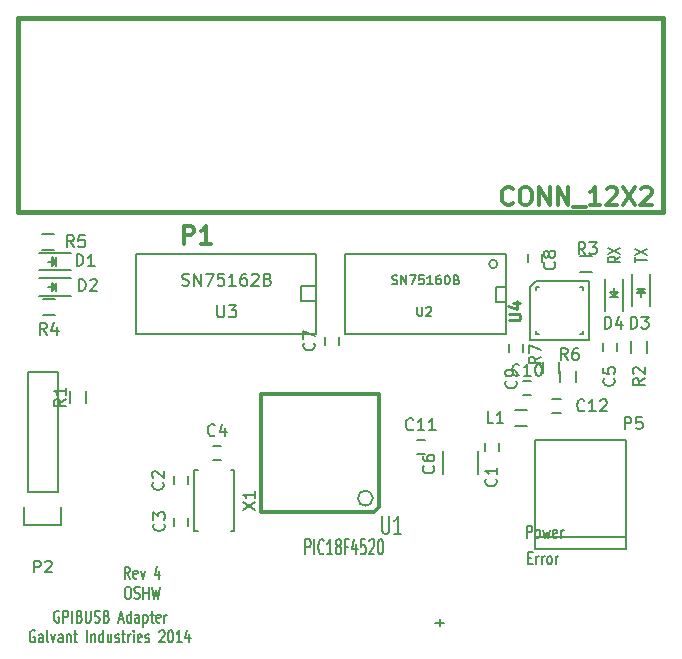
<source format=gto>
G04 #@! TF.FileFunction,Legend,Top*
%FSLAX46Y46*%
G04 Gerber Fmt 4.6, Leading zero omitted, Abs format (unit mm)*
G04 Created by KiCad (PCBNEW 4.1.0-alpha+201605091531+6781~44~ubuntu15.10.1-product) date Mon 19 Sep 2016 03:19:41 PM CEST*
%MOMM*%
%LPD*%
G01*
G04 APERTURE LIST*
%ADD10C,0.150000*%
%ADD11C,0.152400*%
%ADD12C,0.190500*%
%ADD13C,0.149860*%
%ADD14C,0.200660*%
%ADD15C,0.203200*%
%ADD16C,0.127000*%
%ADD17C,0.304800*%
%ADD18C,0.381000*%
%ADD19C,0.250190*%
G04 APERTURE END LIST*
D10*
D11*
X175652539Y-94318651D02*
X175652539Y-93883222D01*
X176668539Y-94100937D02*
X175652539Y-94100937D01*
X175652539Y-93701794D02*
X176668539Y-93193794D01*
X175652539Y-93193794D02*
X176668539Y-93701794D01*
X174392699Y-93854920D02*
X173908889Y-94108920D01*
X174392699Y-94290348D02*
X173376699Y-94290348D01*
X173376699Y-94000062D01*
X173425080Y-93927491D01*
X173473460Y-93891205D01*
X173570222Y-93854920D01*
X173715365Y-93854920D01*
X173812127Y-93891205D01*
X173860508Y-93927491D01*
X173908889Y-94000062D01*
X173908889Y-94290348D01*
X173376699Y-93600920D02*
X174392699Y-93092920D01*
X173376699Y-93092920D02*
X174392699Y-93600920D01*
D12*
X166601188Y-119371348D02*
X166855188Y-119371348D01*
X166964045Y-119903539D02*
X166601188Y-119903539D01*
X166601188Y-118887539D01*
X166964045Y-118887539D01*
X167290617Y-119903539D02*
X167290617Y-119226205D01*
X167290617Y-119419729D02*
X167326902Y-119322967D01*
X167363188Y-119274586D01*
X167435760Y-119226205D01*
X167508331Y-119226205D01*
X167762331Y-119903539D02*
X167762331Y-119226205D01*
X167762331Y-119419729D02*
X167798617Y-119322967D01*
X167834902Y-119274586D01*
X167907474Y-119226205D01*
X167980045Y-119226205D01*
X168342902Y-119903539D02*
X168270331Y-119855158D01*
X168234045Y-119806777D01*
X168197760Y-119710015D01*
X168197760Y-119419729D01*
X168234045Y-119322967D01*
X168270331Y-119274586D01*
X168342902Y-119226205D01*
X168451760Y-119226205D01*
X168524331Y-119274586D01*
X168560617Y-119322967D01*
X168596902Y-119419729D01*
X168596902Y-119710015D01*
X168560617Y-119806777D01*
X168524331Y-119855158D01*
X168451760Y-119903539D01*
X168342902Y-119903539D01*
X168923474Y-119903539D02*
X168923474Y-119226205D01*
X168923474Y-119419729D02*
X168959760Y-119322967D01*
X168996045Y-119274586D01*
X169068617Y-119226205D01*
X169141188Y-119226205D01*
X166483622Y-117663259D02*
X166483622Y-116647259D01*
X166773908Y-116647259D01*
X166846480Y-116695640D01*
X166882765Y-116744020D01*
X166919051Y-116840782D01*
X166919051Y-116985925D01*
X166882765Y-117082687D01*
X166846480Y-117131068D01*
X166773908Y-117179449D01*
X166483622Y-117179449D01*
X167354480Y-117663259D02*
X167281908Y-117614878D01*
X167245622Y-117566497D01*
X167209337Y-117469735D01*
X167209337Y-117179449D01*
X167245622Y-117082687D01*
X167281908Y-117034306D01*
X167354480Y-116985925D01*
X167463337Y-116985925D01*
X167535908Y-117034306D01*
X167572194Y-117082687D01*
X167608480Y-117179449D01*
X167608480Y-117469735D01*
X167572194Y-117566497D01*
X167535908Y-117614878D01*
X167463337Y-117663259D01*
X167354480Y-117663259D01*
X167862480Y-116985925D02*
X168007622Y-117663259D01*
X168152765Y-117179449D01*
X168297908Y-117663259D01*
X168443051Y-116985925D01*
X169023622Y-117614878D02*
X168951051Y-117663259D01*
X168805908Y-117663259D01*
X168733337Y-117614878D01*
X168697051Y-117518116D01*
X168697051Y-117131068D01*
X168733337Y-117034306D01*
X168805908Y-116985925D01*
X168951051Y-116985925D01*
X169023622Y-117034306D01*
X169059908Y-117131068D01*
X169059908Y-117227830D01*
X168697051Y-117324592D01*
X169386480Y-117663259D02*
X169386480Y-116985925D01*
X169386480Y-117179449D02*
X169422765Y-117082687D01*
X169459051Y-117034306D01*
X169531622Y-116985925D01*
X169604194Y-116985925D01*
X159121928Y-124550714D02*
X159121928Y-125131285D01*
X158734880Y-124841000D02*
X159508976Y-124841000D01*
D11*
X126873000Y-123875800D02*
X126800428Y-123827419D01*
X126691571Y-123827419D01*
X126582714Y-123875800D01*
X126510142Y-123972561D01*
X126473857Y-124069323D01*
X126437571Y-124262847D01*
X126437571Y-124407990D01*
X126473857Y-124601514D01*
X126510142Y-124698276D01*
X126582714Y-124795038D01*
X126691571Y-124843419D01*
X126764142Y-124843419D01*
X126873000Y-124795038D01*
X126909285Y-124746657D01*
X126909285Y-124407990D01*
X126764142Y-124407990D01*
X127235857Y-124843419D02*
X127235857Y-123827419D01*
X127526142Y-123827419D01*
X127598714Y-123875800D01*
X127635000Y-123924180D01*
X127671285Y-124020942D01*
X127671285Y-124166085D01*
X127635000Y-124262847D01*
X127598714Y-124311228D01*
X127526142Y-124359609D01*
X127235857Y-124359609D01*
X127997857Y-124843419D02*
X127997857Y-123827419D01*
X128614714Y-124311228D02*
X128723571Y-124359609D01*
X128759857Y-124407990D01*
X128796142Y-124504752D01*
X128796142Y-124649895D01*
X128759857Y-124746657D01*
X128723571Y-124795038D01*
X128651000Y-124843419D01*
X128360714Y-124843419D01*
X128360714Y-123827419D01*
X128614714Y-123827419D01*
X128687285Y-123875800D01*
X128723571Y-123924180D01*
X128759857Y-124020942D01*
X128759857Y-124117704D01*
X128723571Y-124214466D01*
X128687285Y-124262847D01*
X128614714Y-124311228D01*
X128360714Y-124311228D01*
X129122714Y-123827419D02*
X129122714Y-124649895D01*
X129159000Y-124746657D01*
X129195285Y-124795038D01*
X129267857Y-124843419D01*
X129413000Y-124843419D01*
X129485571Y-124795038D01*
X129521857Y-124746657D01*
X129558142Y-124649895D01*
X129558142Y-123827419D01*
X129884714Y-124795038D02*
X129993571Y-124843419D01*
X130175000Y-124843419D01*
X130247571Y-124795038D01*
X130283857Y-124746657D01*
X130320142Y-124649895D01*
X130320142Y-124553133D01*
X130283857Y-124456371D01*
X130247571Y-124407990D01*
X130175000Y-124359609D01*
X130029857Y-124311228D01*
X129957285Y-124262847D01*
X129921000Y-124214466D01*
X129884714Y-124117704D01*
X129884714Y-124020942D01*
X129921000Y-123924180D01*
X129957285Y-123875800D01*
X130029857Y-123827419D01*
X130211285Y-123827419D01*
X130320142Y-123875800D01*
X130900714Y-124311228D02*
X131009571Y-124359609D01*
X131045857Y-124407990D01*
X131082142Y-124504752D01*
X131082142Y-124649895D01*
X131045857Y-124746657D01*
X131009571Y-124795038D01*
X130937000Y-124843419D01*
X130646714Y-124843419D01*
X130646714Y-123827419D01*
X130900714Y-123827419D01*
X130973285Y-123875800D01*
X131009571Y-123924180D01*
X131045857Y-124020942D01*
X131045857Y-124117704D01*
X131009571Y-124214466D01*
X130973285Y-124262847D01*
X130900714Y-124311228D01*
X130646714Y-124311228D01*
X131953000Y-124553133D02*
X132315857Y-124553133D01*
X131880428Y-124843419D02*
X132134428Y-123827419D01*
X132388428Y-124843419D01*
X132969000Y-124843419D02*
X132969000Y-123827419D01*
X132969000Y-124795038D02*
X132896428Y-124843419D01*
X132751285Y-124843419D01*
X132678714Y-124795038D01*
X132642428Y-124746657D01*
X132606142Y-124649895D01*
X132606142Y-124359609D01*
X132642428Y-124262847D01*
X132678714Y-124214466D01*
X132751285Y-124166085D01*
X132896428Y-124166085D01*
X132969000Y-124214466D01*
X133658428Y-124843419D02*
X133658428Y-124311228D01*
X133622142Y-124214466D01*
X133549571Y-124166085D01*
X133404428Y-124166085D01*
X133331857Y-124214466D01*
X133658428Y-124795038D02*
X133585857Y-124843419D01*
X133404428Y-124843419D01*
X133331857Y-124795038D01*
X133295571Y-124698276D01*
X133295571Y-124601514D01*
X133331857Y-124504752D01*
X133404428Y-124456371D01*
X133585857Y-124456371D01*
X133658428Y-124407990D01*
X134021285Y-124166085D02*
X134021285Y-125182085D01*
X134021285Y-124214466D02*
X134093857Y-124166085D01*
X134239000Y-124166085D01*
X134311571Y-124214466D01*
X134347857Y-124262847D01*
X134384142Y-124359609D01*
X134384142Y-124649895D01*
X134347857Y-124746657D01*
X134311571Y-124795038D01*
X134239000Y-124843419D01*
X134093857Y-124843419D01*
X134021285Y-124795038D01*
X134601857Y-124166085D02*
X134892142Y-124166085D01*
X134710714Y-123827419D02*
X134710714Y-124698276D01*
X134747000Y-124795038D01*
X134819571Y-124843419D01*
X134892142Y-124843419D01*
X135436428Y-124795038D02*
X135363857Y-124843419D01*
X135218714Y-124843419D01*
X135146142Y-124795038D01*
X135109857Y-124698276D01*
X135109857Y-124311228D01*
X135146142Y-124214466D01*
X135218714Y-124166085D01*
X135363857Y-124166085D01*
X135436428Y-124214466D01*
X135472714Y-124311228D01*
X135472714Y-124407990D01*
X135109857Y-124504752D01*
X135799285Y-124843419D02*
X135799285Y-124166085D01*
X135799285Y-124359609D02*
X135835571Y-124262847D01*
X135871857Y-124214466D01*
X135944428Y-124166085D01*
X136017000Y-124166085D01*
X124822857Y-125552200D02*
X124750285Y-125503819D01*
X124641428Y-125503819D01*
X124532571Y-125552200D01*
X124460000Y-125648961D01*
X124423714Y-125745723D01*
X124387428Y-125939247D01*
X124387428Y-126084390D01*
X124423714Y-126277914D01*
X124460000Y-126374676D01*
X124532571Y-126471438D01*
X124641428Y-126519819D01*
X124714000Y-126519819D01*
X124822857Y-126471438D01*
X124859142Y-126423057D01*
X124859142Y-126084390D01*
X124714000Y-126084390D01*
X125512285Y-126519819D02*
X125512285Y-125987628D01*
X125476000Y-125890866D01*
X125403428Y-125842485D01*
X125258285Y-125842485D01*
X125185714Y-125890866D01*
X125512285Y-126471438D02*
X125439714Y-126519819D01*
X125258285Y-126519819D01*
X125185714Y-126471438D01*
X125149428Y-126374676D01*
X125149428Y-126277914D01*
X125185714Y-126181152D01*
X125258285Y-126132771D01*
X125439714Y-126132771D01*
X125512285Y-126084390D01*
X125984000Y-126519819D02*
X125911428Y-126471438D01*
X125875142Y-126374676D01*
X125875142Y-125503819D01*
X126201714Y-125842485D02*
X126383142Y-126519819D01*
X126564571Y-125842485D01*
X127181428Y-126519819D02*
X127181428Y-125987628D01*
X127145142Y-125890866D01*
X127072571Y-125842485D01*
X126927428Y-125842485D01*
X126854857Y-125890866D01*
X127181428Y-126471438D02*
X127108857Y-126519819D01*
X126927428Y-126519819D01*
X126854857Y-126471438D01*
X126818571Y-126374676D01*
X126818571Y-126277914D01*
X126854857Y-126181152D01*
X126927428Y-126132771D01*
X127108857Y-126132771D01*
X127181428Y-126084390D01*
X127544285Y-125842485D02*
X127544285Y-126519819D01*
X127544285Y-125939247D02*
X127580571Y-125890866D01*
X127653142Y-125842485D01*
X127762000Y-125842485D01*
X127834571Y-125890866D01*
X127870857Y-125987628D01*
X127870857Y-126519819D01*
X128124857Y-125842485D02*
X128415142Y-125842485D01*
X128233714Y-125503819D02*
X128233714Y-126374676D01*
X128270000Y-126471438D01*
X128342571Y-126519819D01*
X128415142Y-126519819D01*
X129249714Y-126519819D02*
X129249714Y-125503819D01*
X129612571Y-125842485D02*
X129612571Y-126519819D01*
X129612571Y-125939247D02*
X129648857Y-125890866D01*
X129721428Y-125842485D01*
X129830285Y-125842485D01*
X129902857Y-125890866D01*
X129939142Y-125987628D01*
X129939142Y-126519819D01*
X130628571Y-126519819D02*
X130628571Y-125503819D01*
X130628571Y-126471438D02*
X130556000Y-126519819D01*
X130410857Y-126519819D01*
X130338285Y-126471438D01*
X130302000Y-126423057D01*
X130265714Y-126326295D01*
X130265714Y-126036009D01*
X130302000Y-125939247D01*
X130338285Y-125890866D01*
X130410857Y-125842485D01*
X130556000Y-125842485D01*
X130628571Y-125890866D01*
X131318000Y-125842485D02*
X131318000Y-126519819D01*
X130991428Y-125842485D02*
X130991428Y-126374676D01*
X131027714Y-126471438D01*
X131100285Y-126519819D01*
X131209142Y-126519819D01*
X131281714Y-126471438D01*
X131318000Y-126423057D01*
X131644571Y-126471438D02*
X131717142Y-126519819D01*
X131862285Y-126519819D01*
X131934857Y-126471438D01*
X131971142Y-126374676D01*
X131971142Y-126326295D01*
X131934857Y-126229533D01*
X131862285Y-126181152D01*
X131753428Y-126181152D01*
X131680857Y-126132771D01*
X131644571Y-126036009D01*
X131644571Y-125987628D01*
X131680857Y-125890866D01*
X131753428Y-125842485D01*
X131862285Y-125842485D01*
X131934857Y-125890866D01*
X132188857Y-125842485D02*
X132479142Y-125842485D01*
X132297714Y-125503819D02*
X132297714Y-126374676D01*
X132334000Y-126471438D01*
X132406571Y-126519819D01*
X132479142Y-126519819D01*
X132733142Y-126519819D02*
X132733142Y-125842485D01*
X132733142Y-126036009D02*
X132769428Y-125939247D01*
X132805714Y-125890866D01*
X132878285Y-125842485D01*
X132950857Y-125842485D01*
X133204857Y-126519819D02*
X133204857Y-125842485D01*
X133204857Y-125503819D02*
X133168571Y-125552200D01*
X133204857Y-125600580D01*
X133241142Y-125552200D01*
X133204857Y-125503819D01*
X133204857Y-125600580D01*
X133858000Y-126471438D02*
X133785428Y-126519819D01*
X133640285Y-126519819D01*
X133567714Y-126471438D01*
X133531428Y-126374676D01*
X133531428Y-125987628D01*
X133567714Y-125890866D01*
X133640285Y-125842485D01*
X133785428Y-125842485D01*
X133858000Y-125890866D01*
X133894285Y-125987628D01*
X133894285Y-126084390D01*
X133531428Y-126181152D01*
X134184571Y-126471438D02*
X134257142Y-126519819D01*
X134402285Y-126519819D01*
X134474857Y-126471438D01*
X134511142Y-126374676D01*
X134511142Y-126326295D01*
X134474857Y-126229533D01*
X134402285Y-126181152D01*
X134293428Y-126181152D01*
X134220857Y-126132771D01*
X134184571Y-126036009D01*
X134184571Y-125987628D01*
X134220857Y-125890866D01*
X134293428Y-125842485D01*
X134402285Y-125842485D01*
X134474857Y-125890866D01*
X135382000Y-125600580D02*
X135418285Y-125552200D01*
X135490857Y-125503819D01*
X135672285Y-125503819D01*
X135744857Y-125552200D01*
X135781142Y-125600580D01*
X135817428Y-125697342D01*
X135817428Y-125794104D01*
X135781142Y-125939247D01*
X135345714Y-126519819D01*
X135817428Y-126519819D01*
X136289142Y-125503819D02*
X136361714Y-125503819D01*
X136434285Y-125552200D01*
X136470571Y-125600580D01*
X136506857Y-125697342D01*
X136543142Y-125890866D01*
X136543142Y-126132771D01*
X136506857Y-126326295D01*
X136470571Y-126423057D01*
X136434285Y-126471438D01*
X136361714Y-126519819D01*
X136289142Y-126519819D01*
X136216571Y-126471438D01*
X136180285Y-126423057D01*
X136144000Y-126326295D01*
X136107714Y-126132771D01*
X136107714Y-125890866D01*
X136144000Y-125697342D01*
X136180285Y-125600580D01*
X136216571Y-125552200D01*
X136289142Y-125503819D01*
X137268857Y-126519819D02*
X136833428Y-126519819D01*
X137051142Y-126519819D02*
X137051142Y-125503819D01*
X136978571Y-125648961D01*
X136906000Y-125745723D01*
X136833428Y-125794104D01*
X137922000Y-125842485D02*
X137922000Y-126519819D01*
X137740571Y-125455438D02*
X137559142Y-126181152D01*
X138030857Y-126181152D01*
D12*
X132874657Y-121115969D02*
X132620657Y-120632159D01*
X132439228Y-121115969D02*
X132439228Y-120099969D01*
X132729514Y-120099969D01*
X132802085Y-120148350D01*
X132838371Y-120196730D01*
X132874657Y-120293492D01*
X132874657Y-120438635D01*
X132838371Y-120535397D01*
X132802085Y-120583778D01*
X132729514Y-120632159D01*
X132439228Y-120632159D01*
X133491514Y-121067588D02*
X133418942Y-121115969D01*
X133273800Y-121115969D01*
X133201228Y-121067588D01*
X133164942Y-120970826D01*
X133164942Y-120583778D01*
X133201228Y-120487016D01*
X133273800Y-120438635D01*
X133418942Y-120438635D01*
X133491514Y-120487016D01*
X133527800Y-120583778D01*
X133527800Y-120680540D01*
X133164942Y-120777302D01*
X133781800Y-120438635D02*
X133963228Y-121115969D01*
X134144657Y-120438635D01*
X135342085Y-120438635D02*
X135342085Y-121115969D01*
X135160657Y-120051588D02*
X134979228Y-120777302D01*
X135450942Y-120777302D01*
X132638800Y-121814469D02*
X132783942Y-121814469D01*
X132856514Y-121862850D01*
X132929085Y-121959611D01*
X132965371Y-122153135D01*
X132965371Y-122491802D01*
X132929085Y-122685326D01*
X132856514Y-122782088D01*
X132783942Y-122830469D01*
X132638800Y-122830469D01*
X132566228Y-122782088D01*
X132493657Y-122685326D01*
X132457371Y-122491802D01*
X132457371Y-122153135D01*
X132493657Y-121959611D01*
X132566228Y-121862850D01*
X132638800Y-121814469D01*
X133255657Y-122782088D02*
X133364514Y-122830469D01*
X133545942Y-122830469D01*
X133618514Y-122782088D01*
X133654800Y-122733707D01*
X133691085Y-122636945D01*
X133691085Y-122540183D01*
X133654800Y-122443421D01*
X133618514Y-122395040D01*
X133545942Y-122346659D01*
X133400800Y-122298278D01*
X133328228Y-122249897D01*
X133291942Y-122201516D01*
X133255657Y-122104754D01*
X133255657Y-122007992D01*
X133291942Y-121911230D01*
X133328228Y-121862850D01*
X133400800Y-121814469D01*
X133582228Y-121814469D01*
X133691085Y-121862850D01*
X134017657Y-122830469D02*
X134017657Y-121814469D01*
X134017657Y-122298278D02*
X134453085Y-122298278D01*
X134453085Y-122830469D02*
X134453085Y-121814469D01*
X134743371Y-121814469D02*
X134924800Y-122830469D01*
X135069942Y-122104754D01*
X135215085Y-122830469D01*
X135396514Y-121814469D01*
D13*
X166785400Y-96457840D02*
X166785400Y-100938400D01*
X167283240Y-95960000D02*
X171763800Y-95960000D01*
X167283240Y-95960000D02*
X166785400Y-96457840D01*
D14*
X167532160Y-96457840D02*
X167283240Y-96457840D01*
X167283240Y-96457840D02*
X167283240Y-96706760D01*
X171265960Y-96706760D02*
X171265960Y-96457840D01*
X171265960Y-96457840D02*
X171017040Y-96457840D01*
X171017040Y-100440560D02*
X171265960Y-100440560D01*
X171265960Y-100440560D02*
X171265960Y-100191640D01*
X167283240Y-100191640D02*
X167283240Y-100440560D01*
X167283240Y-100440560D02*
X167532160Y-100440560D01*
D13*
X171763800Y-100938400D02*
X171763800Y-95960000D01*
X166785400Y-100938400D02*
X171763800Y-100938400D01*
D15*
X133435000Y-100400000D02*
X133435000Y-93600000D01*
X148675000Y-100400000D02*
X148675000Y-93600000D01*
X133435000Y-100400000D02*
X148675000Y-100400000D01*
X148675000Y-97635000D02*
X147405000Y-97635000D01*
X147405000Y-97635000D02*
X147405000Y-96365000D01*
X147405000Y-96365000D02*
X148675000Y-96365000D01*
X148675000Y-93600000D02*
X133435000Y-93600000D01*
D16*
X163999610Y-94485400D02*
G75*
G03X163999610Y-94485400I-359210J0D01*
G01*
X164656400Y-97736600D02*
X163894400Y-97736600D01*
X163894400Y-97736600D02*
X163894400Y-96466600D01*
X163894400Y-96466600D02*
X164656400Y-96466600D01*
X151100000Y-93600000D02*
X164700000Y-93600000D01*
X164700000Y-100400000D02*
X151100000Y-100400000D01*
X164700000Y-100400000D02*
X164700000Y-93600000D01*
X151100000Y-100400000D02*
X151100000Y-93600000D01*
D17*
X143996200Y-115503800D02*
X143996200Y-105496200D01*
X143996200Y-105496200D02*
X154003800Y-105496200D01*
X154003800Y-115021200D02*
X154003800Y-105496200D01*
X153521200Y-115503800D02*
X143996200Y-115503800D01*
X154003800Y-115021200D02*
X153521200Y-115503800D01*
D15*
X153445000Y-114310000D02*
G75*
G03X153445000Y-114310000I-635000J0D01*
G01*
D10*
X167149360Y-117599180D02*
X174850640Y-117599180D01*
X167149360Y-118599940D02*
X174850640Y-118599940D01*
X174850640Y-118599940D02*
X174850640Y-109400060D01*
X174850640Y-109400060D02*
X167149360Y-109400060D01*
X167149360Y-109400060D02*
X167149360Y-118599940D01*
X172000000Y-95175000D02*
X171000000Y-95175000D01*
X171000000Y-93825000D02*
X172000000Y-93825000D01*
X125500000Y-97425000D02*
X126500000Y-97425000D01*
X126500000Y-98775000D02*
X125500000Y-98775000D01*
X125450000Y-91925000D02*
X126450000Y-91925000D01*
X126450000Y-93275000D02*
X125450000Y-93275000D01*
X170675000Y-103500000D02*
X170675000Y-104500000D01*
X169325000Y-104500000D02*
X169325000Y-103500000D01*
X169175000Y-102750000D02*
X169175000Y-103750000D01*
X167825000Y-103750000D02*
X167825000Y-102750000D01*
X164100000Y-109650000D02*
X164100000Y-110350000D01*
X162900000Y-110350000D02*
X162900000Y-109650000D01*
X137800000Y-112450000D02*
X137800000Y-113150000D01*
X136600000Y-113150000D02*
X136600000Y-112450000D01*
X137800000Y-115950000D02*
X137800000Y-116650000D01*
X136600000Y-116650000D02*
X136600000Y-115950000D01*
X139900000Y-109900000D02*
X140600000Y-109900000D01*
X140600000Y-111100000D02*
X139900000Y-111100000D01*
X174100000Y-101150000D02*
X174100000Y-101850000D01*
X172900000Y-101850000D02*
X172900000Y-101150000D01*
X162375000Y-112300000D02*
X162375000Y-110300000D01*
X159425000Y-110300000D02*
X159425000Y-112300000D01*
X149400000Y-101350000D02*
X149400000Y-100650000D01*
X150600000Y-100650000D02*
X150600000Y-101350000D01*
X166550000Y-94350000D02*
X166550000Y-93650000D01*
X167750000Y-93650000D02*
X167750000Y-94350000D01*
X165000000Y-101950000D02*
X165000000Y-101250000D01*
X166200000Y-101250000D02*
X166200000Y-101950000D01*
X166850000Y-105600000D02*
X166150000Y-105600000D01*
X166150000Y-104400000D02*
X166850000Y-104400000D01*
X157150000Y-109400000D02*
X157850000Y-109400000D01*
X157850000Y-110600000D02*
X157150000Y-110600000D01*
X169350000Y-107100000D02*
X168650000Y-107100000D01*
X168650000Y-105900000D02*
X169350000Y-105900000D01*
X127903500Y-93528000D02*
X125203500Y-93528000D01*
X127903500Y-95028000D02*
X125203500Y-95028000D01*
X126403500Y-94128000D02*
X126403500Y-94378000D01*
X126403500Y-94378000D02*
X126553500Y-94228000D01*
X126653500Y-94628000D02*
X126653500Y-93928000D01*
X126303500Y-94278000D02*
X125953500Y-94278000D01*
X126653500Y-94278000D02*
X126303500Y-94628000D01*
X126303500Y-94628000D02*
X126303500Y-93928000D01*
X126303500Y-93928000D02*
X126653500Y-94278000D01*
X127903500Y-95687000D02*
X125203500Y-95687000D01*
X127903500Y-97187000D02*
X125203500Y-97187000D01*
X126403500Y-96287000D02*
X126403500Y-96537000D01*
X126403500Y-96537000D02*
X126553500Y-96387000D01*
X126653500Y-96787000D02*
X126653500Y-96087000D01*
X126303500Y-96437000D02*
X125953500Y-96437000D01*
X126653500Y-96437000D02*
X126303500Y-96787000D01*
X126303500Y-96787000D02*
X126303500Y-96087000D01*
X126303500Y-96087000D02*
X126653500Y-96437000D01*
X175379240Y-95331240D02*
X175379240Y-98031240D01*
X176879240Y-95331240D02*
X176879240Y-98031240D01*
X175979240Y-96831240D02*
X176229240Y-96831240D01*
X176229240Y-96831240D02*
X176079240Y-96681240D01*
X176479240Y-96581240D02*
X175779240Y-96581240D01*
X176129240Y-96931240D02*
X176129240Y-97281240D01*
X176129240Y-96581240D02*
X176479240Y-96931240D01*
X176479240Y-96931240D02*
X175779240Y-96931240D01*
X175779240Y-96931240D02*
X176129240Y-96581240D01*
X174593240Y-98485520D02*
X174593240Y-95785520D01*
X173093240Y-98485520D02*
X173093240Y-95785520D01*
X173993240Y-96985520D02*
X173743240Y-96985520D01*
X173743240Y-96985520D02*
X173893240Y-97135520D01*
X173493240Y-97235520D02*
X174193240Y-97235520D01*
X173843240Y-96885520D02*
X173843240Y-96535520D01*
X173843240Y-97235520D02*
X173493240Y-96885520D01*
X173493240Y-96885520D02*
X174193240Y-96885520D01*
X174193240Y-96885520D02*
X173843240Y-97235520D01*
X166500000Y-108175000D02*
X165500000Y-108175000D01*
X165500000Y-106825000D02*
X166500000Y-106825000D01*
D18*
X178054000Y-73660000D02*
X178054000Y-90043000D01*
X178054000Y-90043000D02*
X123444000Y-90043000D01*
X123444000Y-90043000D02*
X123444000Y-73660000D01*
X178054000Y-73660000D02*
X123444000Y-73660000D01*
D10*
X127050000Y-115040000D02*
X127050000Y-116590000D01*
X127050000Y-116590000D02*
X123950000Y-116590000D01*
X123950000Y-116590000D02*
X123950000Y-115040000D01*
X124230000Y-113770000D02*
X124230000Y-103610000D01*
X124230000Y-103610000D02*
X126770000Y-103610000D01*
X126770000Y-103610000D02*
X126770000Y-113770000D01*
X124230000Y-113770000D02*
X126770000Y-113770000D01*
X127825000Y-106250000D02*
X127825000Y-105250000D01*
X129175000Y-105250000D02*
X129175000Y-106250000D01*
X176675000Y-101000000D02*
X176675000Y-102000000D01*
X175325000Y-102000000D02*
X175325000Y-101000000D01*
X138300000Y-117100000D02*
X138600000Y-117100000D01*
X138300000Y-111900000D02*
X138600000Y-111900000D01*
X141700000Y-111900000D02*
X141400000Y-111900000D01*
X141700000Y-117100000D02*
X141400000Y-117100000D01*
X141700000Y-111900000D02*
X141700000Y-117100000D01*
X138300000Y-111900000D02*
X138300000Y-117100000D01*
D19*
X164941964Y-99262483D02*
X165752103Y-99262483D01*
X165847414Y-99214828D01*
X165895069Y-99167173D01*
X165942724Y-99071862D01*
X165942724Y-98881241D01*
X165895069Y-98785931D01*
X165847414Y-98738276D01*
X165752103Y-98690620D01*
X164941964Y-98690620D01*
X165275551Y-97785171D02*
X165942724Y-97785171D01*
X164894309Y-98023447D02*
X165609138Y-98261723D01*
X165609138Y-97642205D01*
D17*
D15*
X140280904Y-97967619D02*
X140280904Y-98790095D01*
X140329285Y-98886857D01*
X140377666Y-98935238D01*
X140474428Y-98983619D01*
X140667952Y-98983619D01*
X140764714Y-98935238D01*
X140813095Y-98886857D01*
X140861476Y-98790095D01*
X140861476Y-97967619D01*
X141248523Y-97967619D02*
X141877476Y-97967619D01*
X141538809Y-98354666D01*
X141683952Y-98354666D01*
X141780714Y-98403047D01*
X141829095Y-98451428D01*
X141877476Y-98548190D01*
X141877476Y-98790095D01*
X141829095Y-98886857D01*
X141780714Y-98935238D01*
X141683952Y-98983619D01*
X141393666Y-98983619D01*
X141296904Y-98935238D01*
X141248523Y-98886857D01*
X137305476Y-96268238D02*
X137450619Y-96316619D01*
X137692523Y-96316619D01*
X137789285Y-96268238D01*
X137837666Y-96219857D01*
X137886047Y-96123095D01*
X137886047Y-96026333D01*
X137837666Y-95929571D01*
X137789285Y-95881190D01*
X137692523Y-95832809D01*
X137499000Y-95784428D01*
X137402238Y-95736047D01*
X137353857Y-95687666D01*
X137305476Y-95590904D01*
X137305476Y-95494142D01*
X137353857Y-95397380D01*
X137402238Y-95349000D01*
X137499000Y-95300619D01*
X137740904Y-95300619D01*
X137886047Y-95349000D01*
X138321476Y-96316619D02*
X138321476Y-95300619D01*
X138902047Y-96316619D01*
X138902047Y-95300619D01*
X139289095Y-95300619D02*
X139966428Y-95300619D01*
X139531000Y-96316619D01*
X140837285Y-95300619D02*
X140353476Y-95300619D01*
X140305095Y-95784428D01*
X140353476Y-95736047D01*
X140450238Y-95687666D01*
X140692142Y-95687666D01*
X140788904Y-95736047D01*
X140837285Y-95784428D01*
X140885666Y-95881190D01*
X140885666Y-96123095D01*
X140837285Y-96219857D01*
X140788904Y-96268238D01*
X140692142Y-96316619D01*
X140450238Y-96316619D01*
X140353476Y-96268238D01*
X140305095Y-96219857D01*
X141853285Y-96316619D02*
X141272714Y-96316619D01*
X141563000Y-96316619D02*
X141563000Y-95300619D01*
X141466238Y-95445761D01*
X141369476Y-95542523D01*
X141272714Y-95590904D01*
X142724142Y-95300619D02*
X142530619Y-95300619D01*
X142433857Y-95349000D01*
X142385476Y-95397380D01*
X142288714Y-95542523D01*
X142240333Y-95736047D01*
X142240333Y-96123095D01*
X142288714Y-96219857D01*
X142337095Y-96268238D01*
X142433857Y-96316619D01*
X142627380Y-96316619D01*
X142724142Y-96268238D01*
X142772523Y-96219857D01*
X142820904Y-96123095D01*
X142820904Y-95881190D01*
X142772523Y-95784428D01*
X142724142Y-95736047D01*
X142627380Y-95687666D01*
X142433857Y-95687666D01*
X142337095Y-95736047D01*
X142288714Y-95784428D01*
X142240333Y-95881190D01*
X143207952Y-95397380D02*
X143256333Y-95349000D01*
X143353095Y-95300619D01*
X143595000Y-95300619D01*
X143691761Y-95349000D01*
X143740142Y-95397380D01*
X143788523Y-95494142D01*
X143788523Y-95590904D01*
X143740142Y-95736047D01*
X143159571Y-96316619D01*
X143788523Y-96316619D01*
X144562619Y-95784428D02*
X144707761Y-95832809D01*
X144756142Y-95881190D01*
X144804523Y-95977952D01*
X144804523Y-96123095D01*
X144756142Y-96219857D01*
X144707761Y-96268238D01*
X144611000Y-96316619D01*
X144223952Y-96316619D01*
X144223952Y-95300619D01*
X144562619Y-95300619D01*
X144659380Y-95349000D01*
X144707761Y-95397380D01*
X144756142Y-95494142D01*
X144756142Y-95590904D01*
X144707761Y-95687666D01*
X144659380Y-95736047D01*
X144562619Y-95784428D01*
X144223952Y-95784428D01*
D16*
X157192428Y-98106714D02*
X157192428Y-98723571D01*
X157228714Y-98796142D01*
X157265000Y-98832428D01*
X157337571Y-98868714D01*
X157482714Y-98868714D01*
X157555285Y-98832428D01*
X157591571Y-98796142D01*
X157627857Y-98723571D01*
X157627857Y-98106714D01*
X157954428Y-98179285D02*
X157990714Y-98143000D01*
X158063285Y-98106714D01*
X158244714Y-98106714D01*
X158317285Y-98143000D01*
X158353571Y-98179285D01*
X158389857Y-98251857D01*
X158389857Y-98324428D01*
X158353571Y-98433285D01*
X157918142Y-98868714D01*
X158389857Y-98868714D01*
X155087857Y-96165428D02*
X155196714Y-96201714D01*
X155378142Y-96201714D01*
X155450714Y-96165428D01*
X155487000Y-96129142D01*
X155523285Y-96056571D01*
X155523285Y-95984000D01*
X155487000Y-95911428D01*
X155450714Y-95875142D01*
X155378142Y-95838857D01*
X155233000Y-95802571D01*
X155160428Y-95766285D01*
X155124142Y-95730000D01*
X155087857Y-95657428D01*
X155087857Y-95584857D01*
X155124142Y-95512285D01*
X155160428Y-95476000D01*
X155233000Y-95439714D01*
X155414428Y-95439714D01*
X155523285Y-95476000D01*
X155849857Y-96201714D02*
X155849857Y-95439714D01*
X156285285Y-96201714D01*
X156285285Y-95439714D01*
X156575571Y-95439714D02*
X157083571Y-95439714D01*
X156757000Y-96201714D01*
X157736714Y-95439714D02*
X157373857Y-95439714D01*
X157337571Y-95802571D01*
X157373857Y-95766285D01*
X157446428Y-95730000D01*
X157627857Y-95730000D01*
X157700428Y-95766285D01*
X157736714Y-95802571D01*
X157773000Y-95875142D01*
X157773000Y-96056571D01*
X157736714Y-96129142D01*
X157700428Y-96165428D01*
X157627857Y-96201714D01*
X157446428Y-96201714D01*
X157373857Y-96165428D01*
X157337571Y-96129142D01*
X158498714Y-96201714D02*
X158063285Y-96201714D01*
X158281000Y-96201714D02*
X158281000Y-95439714D01*
X158208428Y-95548571D01*
X158135857Y-95621142D01*
X158063285Y-95657428D01*
X159151857Y-95439714D02*
X159006714Y-95439714D01*
X158934142Y-95476000D01*
X158897857Y-95512285D01*
X158825285Y-95621142D01*
X158789000Y-95766285D01*
X158789000Y-96056571D01*
X158825285Y-96129142D01*
X158861571Y-96165428D01*
X158934142Y-96201714D01*
X159079285Y-96201714D01*
X159151857Y-96165428D01*
X159188142Y-96129142D01*
X159224428Y-96056571D01*
X159224428Y-95875142D01*
X159188142Y-95802571D01*
X159151857Y-95766285D01*
X159079285Y-95730000D01*
X158934142Y-95730000D01*
X158861571Y-95766285D01*
X158825285Y-95802571D01*
X158789000Y-95875142D01*
X159696142Y-95439714D02*
X159768714Y-95439714D01*
X159841285Y-95476000D01*
X159877571Y-95512285D01*
X159913857Y-95584857D01*
X159950142Y-95730000D01*
X159950142Y-95911428D01*
X159913857Y-96056571D01*
X159877571Y-96129142D01*
X159841285Y-96165428D01*
X159768714Y-96201714D01*
X159696142Y-96201714D01*
X159623571Y-96165428D01*
X159587285Y-96129142D01*
X159551000Y-96056571D01*
X159514714Y-95911428D01*
X159514714Y-95730000D01*
X159551000Y-95584857D01*
X159587285Y-95512285D01*
X159623571Y-95476000D01*
X159696142Y-95439714D01*
X160530714Y-95802571D02*
X160639571Y-95838857D01*
X160675857Y-95875142D01*
X160712142Y-95947714D01*
X160712142Y-96056571D01*
X160675857Y-96129142D01*
X160639571Y-96165428D01*
X160567000Y-96201714D01*
X160276714Y-96201714D01*
X160276714Y-95439714D01*
X160530714Y-95439714D01*
X160603285Y-95476000D01*
X160639571Y-95512285D01*
X160675857Y-95584857D01*
X160675857Y-95657428D01*
X160639571Y-95730000D01*
X160603285Y-95766285D01*
X160530714Y-95802571D01*
X160276714Y-95802571D01*
D15*
X154250784Y-115814768D02*
X154250784Y-117048482D01*
X154299165Y-117193625D01*
X154347546Y-117266197D01*
X154444308Y-117338768D01*
X154637832Y-117338768D01*
X154734594Y-117266197D01*
X154782975Y-117193625D01*
X154831356Y-117048482D01*
X154831356Y-115814768D01*
X155847356Y-117338768D02*
X155266784Y-117338768D01*
X155557070Y-117338768D02*
X155557070Y-115814768D01*
X155460308Y-116032482D01*
X155363546Y-116177625D01*
X155266784Y-116250197D01*
D12*
X147734285Y-119074523D02*
X147734285Y-117804523D01*
X148024571Y-117804523D01*
X148097142Y-117865000D01*
X148133428Y-117925476D01*
X148169714Y-118046428D01*
X148169714Y-118227857D01*
X148133428Y-118348809D01*
X148097142Y-118409285D01*
X148024571Y-118469761D01*
X147734285Y-118469761D01*
X148496285Y-119074523D02*
X148496285Y-117804523D01*
X149294571Y-118953571D02*
X149258285Y-119014047D01*
X149149428Y-119074523D01*
X149076857Y-119074523D01*
X148968000Y-119014047D01*
X148895428Y-118893095D01*
X148859142Y-118772142D01*
X148822857Y-118530238D01*
X148822857Y-118348809D01*
X148859142Y-118106904D01*
X148895428Y-117985952D01*
X148968000Y-117865000D01*
X149076857Y-117804523D01*
X149149428Y-117804523D01*
X149258285Y-117865000D01*
X149294571Y-117925476D01*
X150020285Y-119074523D02*
X149584857Y-119074523D01*
X149802571Y-119074523D02*
X149802571Y-117804523D01*
X149730000Y-117985952D01*
X149657428Y-118106904D01*
X149584857Y-118167380D01*
X150455714Y-118348809D02*
X150383142Y-118288333D01*
X150346857Y-118227857D01*
X150310571Y-118106904D01*
X150310571Y-118046428D01*
X150346857Y-117925476D01*
X150383142Y-117865000D01*
X150455714Y-117804523D01*
X150600857Y-117804523D01*
X150673428Y-117865000D01*
X150709714Y-117925476D01*
X150746000Y-118046428D01*
X150746000Y-118106904D01*
X150709714Y-118227857D01*
X150673428Y-118288333D01*
X150600857Y-118348809D01*
X150455714Y-118348809D01*
X150383142Y-118409285D01*
X150346857Y-118469761D01*
X150310571Y-118590714D01*
X150310571Y-118832619D01*
X150346857Y-118953571D01*
X150383142Y-119014047D01*
X150455714Y-119074523D01*
X150600857Y-119074523D01*
X150673428Y-119014047D01*
X150709714Y-118953571D01*
X150746000Y-118832619D01*
X150746000Y-118590714D01*
X150709714Y-118469761D01*
X150673428Y-118409285D01*
X150600857Y-118348809D01*
X151326571Y-118409285D02*
X151072571Y-118409285D01*
X151072571Y-119074523D02*
X151072571Y-117804523D01*
X151435428Y-117804523D01*
X152052285Y-118227857D02*
X152052285Y-119074523D01*
X151870857Y-117744047D02*
X151689428Y-118651190D01*
X152161142Y-118651190D01*
X152814285Y-117804523D02*
X152451428Y-117804523D01*
X152415142Y-118409285D01*
X152451428Y-118348809D01*
X152524000Y-118288333D01*
X152705428Y-118288333D01*
X152778000Y-118348809D01*
X152814285Y-118409285D01*
X152850571Y-118530238D01*
X152850571Y-118832619D01*
X152814285Y-118953571D01*
X152778000Y-119014047D01*
X152705428Y-119074523D01*
X152524000Y-119074523D01*
X152451428Y-119014047D01*
X152415142Y-118953571D01*
X153140857Y-117925476D02*
X153177142Y-117865000D01*
X153249714Y-117804523D01*
X153431142Y-117804523D01*
X153503714Y-117865000D01*
X153540000Y-117925476D01*
X153576285Y-118046428D01*
X153576285Y-118167380D01*
X153540000Y-118348809D01*
X153104571Y-119074523D01*
X153576285Y-119074523D01*
X154048000Y-117804523D02*
X154120571Y-117804523D01*
X154193142Y-117865000D01*
X154229428Y-117925476D01*
X154265714Y-118046428D01*
X154302000Y-118288333D01*
X154302000Y-118590714D01*
X154265714Y-118832619D01*
X154229428Y-118953571D01*
X154193142Y-119014047D01*
X154120571Y-119074523D01*
X154048000Y-119074523D01*
X153975428Y-119014047D01*
X153939142Y-118953571D01*
X153902857Y-118832619D01*
X153866571Y-118590714D01*
X153866571Y-118288333D01*
X153902857Y-118046428D01*
X153939142Y-117925476D01*
X153975428Y-117865000D01*
X154048000Y-117804523D01*
D10*
X174761904Y-108452380D02*
X174761904Y-107452380D01*
X175142857Y-107452380D01*
X175238095Y-107500000D01*
X175285714Y-107547619D01*
X175333333Y-107642857D01*
X175333333Y-107785714D01*
X175285714Y-107880952D01*
X175238095Y-107928571D01*
X175142857Y-107976190D01*
X174761904Y-107976190D01*
X176238095Y-107452380D02*
X175761904Y-107452380D01*
X175714285Y-107928571D01*
X175761904Y-107880952D01*
X175857142Y-107833333D01*
X176095238Y-107833333D01*
X176190476Y-107880952D01*
X176238095Y-107928571D01*
X176285714Y-108023809D01*
X176285714Y-108261904D01*
X176238095Y-108357142D01*
X176190476Y-108404761D01*
X176095238Y-108452380D01*
X175857142Y-108452380D01*
X175761904Y-108404761D01*
X175714285Y-108357142D01*
X171433333Y-93652380D02*
X171100000Y-93176190D01*
X170861904Y-93652380D02*
X170861904Y-92652380D01*
X171242857Y-92652380D01*
X171338095Y-92700000D01*
X171385714Y-92747619D01*
X171433333Y-92842857D01*
X171433333Y-92985714D01*
X171385714Y-93080952D01*
X171338095Y-93128571D01*
X171242857Y-93176190D01*
X170861904Y-93176190D01*
X171766666Y-92652380D02*
X172385714Y-92652380D01*
X172052380Y-93033333D01*
X172195238Y-93033333D01*
X172290476Y-93080952D01*
X172338095Y-93128571D01*
X172385714Y-93223809D01*
X172385714Y-93461904D01*
X172338095Y-93557142D01*
X172290476Y-93604761D01*
X172195238Y-93652380D01*
X171909523Y-93652380D01*
X171814285Y-93604761D01*
X171766666Y-93557142D01*
X125833333Y-100452380D02*
X125500000Y-99976190D01*
X125261904Y-100452380D02*
X125261904Y-99452380D01*
X125642857Y-99452380D01*
X125738095Y-99500000D01*
X125785714Y-99547619D01*
X125833333Y-99642857D01*
X125833333Y-99785714D01*
X125785714Y-99880952D01*
X125738095Y-99928571D01*
X125642857Y-99976190D01*
X125261904Y-99976190D01*
X126690476Y-99785714D02*
X126690476Y-100452380D01*
X126452380Y-99404761D02*
X126214285Y-100119047D01*
X126833333Y-100119047D01*
X128133333Y-93052380D02*
X127800000Y-92576190D01*
X127561904Y-93052380D02*
X127561904Y-92052380D01*
X127942857Y-92052380D01*
X128038095Y-92100000D01*
X128085714Y-92147619D01*
X128133333Y-92242857D01*
X128133333Y-92385714D01*
X128085714Y-92480952D01*
X128038095Y-92528571D01*
X127942857Y-92576190D01*
X127561904Y-92576190D01*
X129038095Y-92052380D02*
X128561904Y-92052380D01*
X128514285Y-92528571D01*
X128561904Y-92480952D01*
X128657142Y-92433333D01*
X128895238Y-92433333D01*
X128990476Y-92480952D01*
X129038095Y-92528571D01*
X129085714Y-92623809D01*
X129085714Y-92861904D01*
X129038095Y-92957142D01*
X128990476Y-93004761D01*
X128895238Y-93052380D01*
X128657142Y-93052380D01*
X128561904Y-93004761D01*
X128514285Y-92957142D01*
X169933333Y-102602380D02*
X169600000Y-102126190D01*
X169361904Y-102602380D02*
X169361904Y-101602380D01*
X169742857Y-101602380D01*
X169838095Y-101650000D01*
X169885714Y-101697619D01*
X169933333Y-101792857D01*
X169933333Y-101935714D01*
X169885714Y-102030952D01*
X169838095Y-102078571D01*
X169742857Y-102126190D01*
X169361904Y-102126190D01*
X170790476Y-101602380D02*
X170600000Y-101602380D01*
X170504761Y-101650000D01*
X170457142Y-101697619D01*
X170361904Y-101840476D01*
X170314285Y-102030952D01*
X170314285Y-102411904D01*
X170361904Y-102507142D01*
X170409523Y-102554761D01*
X170504761Y-102602380D01*
X170695238Y-102602380D01*
X170790476Y-102554761D01*
X170838095Y-102507142D01*
X170885714Y-102411904D01*
X170885714Y-102173809D01*
X170838095Y-102078571D01*
X170790476Y-102030952D01*
X170695238Y-101983333D01*
X170504761Y-101983333D01*
X170409523Y-102030952D01*
X170361904Y-102078571D01*
X170314285Y-102173809D01*
X167652380Y-102316666D02*
X167176190Y-102650000D01*
X167652380Y-102888095D02*
X166652380Y-102888095D01*
X166652380Y-102507142D01*
X166700000Y-102411904D01*
X166747619Y-102364285D01*
X166842857Y-102316666D01*
X166985714Y-102316666D01*
X167080952Y-102364285D01*
X167128571Y-102411904D01*
X167176190Y-102507142D01*
X167176190Y-102888095D01*
X166652380Y-101983333D02*
X166652380Y-101316666D01*
X167652380Y-101745238D01*
X163857142Y-112666666D02*
X163904761Y-112714285D01*
X163952380Y-112857142D01*
X163952380Y-112952380D01*
X163904761Y-113095238D01*
X163809523Y-113190476D01*
X163714285Y-113238095D01*
X163523809Y-113285714D01*
X163380952Y-113285714D01*
X163190476Y-113238095D01*
X163095238Y-113190476D01*
X163000000Y-113095238D01*
X162952380Y-112952380D01*
X162952380Y-112857142D01*
X163000000Y-112714285D01*
X163047619Y-112666666D01*
X163952380Y-111714285D02*
X163952380Y-112285714D01*
X163952380Y-112000000D02*
X162952380Y-112000000D01*
X163095238Y-112095238D01*
X163190476Y-112190476D01*
X163238095Y-112285714D01*
X135657142Y-112966666D02*
X135704761Y-113014285D01*
X135752380Y-113157142D01*
X135752380Y-113252380D01*
X135704761Y-113395238D01*
X135609523Y-113490476D01*
X135514285Y-113538095D01*
X135323809Y-113585714D01*
X135180952Y-113585714D01*
X134990476Y-113538095D01*
X134895238Y-113490476D01*
X134800000Y-113395238D01*
X134752380Y-113252380D01*
X134752380Y-113157142D01*
X134800000Y-113014285D01*
X134847619Y-112966666D01*
X134847619Y-112585714D02*
X134800000Y-112538095D01*
X134752380Y-112442857D01*
X134752380Y-112204761D01*
X134800000Y-112109523D01*
X134847619Y-112061904D01*
X134942857Y-112014285D01*
X135038095Y-112014285D01*
X135180952Y-112061904D01*
X135752380Y-112633333D01*
X135752380Y-112014285D01*
X135757142Y-116466666D02*
X135804761Y-116514285D01*
X135852380Y-116657142D01*
X135852380Y-116752380D01*
X135804761Y-116895238D01*
X135709523Y-116990476D01*
X135614285Y-117038095D01*
X135423809Y-117085714D01*
X135280952Y-117085714D01*
X135090476Y-117038095D01*
X134995238Y-116990476D01*
X134900000Y-116895238D01*
X134852380Y-116752380D01*
X134852380Y-116657142D01*
X134900000Y-116514285D01*
X134947619Y-116466666D01*
X134852380Y-116133333D02*
X134852380Y-115514285D01*
X135233333Y-115847619D01*
X135233333Y-115704761D01*
X135280952Y-115609523D01*
X135328571Y-115561904D01*
X135423809Y-115514285D01*
X135661904Y-115514285D01*
X135757142Y-115561904D01*
X135804761Y-115609523D01*
X135852380Y-115704761D01*
X135852380Y-115990476D01*
X135804761Y-116085714D01*
X135757142Y-116133333D01*
X140083333Y-108957142D02*
X140035714Y-109004761D01*
X139892857Y-109052380D01*
X139797619Y-109052380D01*
X139654761Y-109004761D01*
X139559523Y-108909523D01*
X139511904Y-108814285D01*
X139464285Y-108623809D01*
X139464285Y-108480952D01*
X139511904Y-108290476D01*
X139559523Y-108195238D01*
X139654761Y-108100000D01*
X139797619Y-108052380D01*
X139892857Y-108052380D01*
X140035714Y-108100000D01*
X140083333Y-108147619D01*
X140940476Y-108385714D02*
X140940476Y-109052380D01*
X140702380Y-108004761D02*
X140464285Y-108719047D01*
X141083333Y-108719047D01*
X173857142Y-104166666D02*
X173904761Y-104214285D01*
X173952380Y-104357142D01*
X173952380Y-104452380D01*
X173904761Y-104595238D01*
X173809523Y-104690476D01*
X173714285Y-104738095D01*
X173523809Y-104785714D01*
X173380952Y-104785714D01*
X173190476Y-104738095D01*
X173095238Y-104690476D01*
X173000000Y-104595238D01*
X172952380Y-104452380D01*
X172952380Y-104357142D01*
X173000000Y-104214285D01*
X173047619Y-104166666D01*
X172952380Y-103261904D02*
X172952380Y-103738095D01*
X173428571Y-103785714D01*
X173380952Y-103738095D01*
X173333333Y-103642857D01*
X173333333Y-103404761D01*
X173380952Y-103309523D01*
X173428571Y-103261904D01*
X173523809Y-103214285D01*
X173761904Y-103214285D01*
X173857142Y-103261904D01*
X173904761Y-103309523D01*
X173952380Y-103404761D01*
X173952380Y-103642857D01*
X173904761Y-103738095D01*
X173857142Y-103785714D01*
X158557142Y-111566666D02*
X158604761Y-111614285D01*
X158652380Y-111757142D01*
X158652380Y-111852380D01*
X158604761Y-111995238D01*
X158509523Y-112090476D01*
X158414285Y-112138095D01*
X158223809Y-112185714D01*
X158080952Y-112185714D01*
X157890476Y-112138095D01*
X157795238Y-112090476D01*
X157700000Y-111995238D01*
X157652380Y-111852380D01*
X157652380Y-111757142D01*
X157700000Y-111614285D01*
X157747619Y-111566666D01*
X157652380Y-110709523D02*
X157652380Y-110900000D01*
X157700000Y-110995238D01*
X157747619Y-111042857D01*
X157890476Y-111138095D01*
X158080952Y-111185714D01*
X158461904Y-111185714D01*
X158557142Y-111138095D01*
X158604761Y-111090476D01*
X158652380Y-110995238D01*
X158652380Y-110804761D01*
X158604761Y-110709523D01*
X158557142Y-110661904D01*
X158461904Y-110614285D01*
X158223809Y-110614285D01*
X158128571Y-110661904D01*
X158080952Y-110709523D01*
X158033333Y-110804761D01*
X158033333Y-110995238D01*
X158080952Y-111090476D01*
X158128571Y-111138095D01*
X158223809Y-111185714D01*
X148457142Y-101166666D02*
X148504761Y-101214285D01*
X148552380Y-101357142D01*
X148552380Y-101452380D01*
X148504761Y-101595238D01*
X148409523Y-101690476D01*
X148314285Y-101738095D01*
X148123809Y-101785714D01*
X147980952Y-101785714D01*
X147790476Y-101738095D01*
X147695238Y-101690476D01*
X147600000Y-101595238D01*
X147552380Y-101452380D01*
X147552380Y-101357142D01*
X147600000Y-101214285D01*
X147647619Y-101166666D01*
X147552380Y-100833333D02*
X147552380Y-100166666D01*
X148552380Y-100595238D01*
X168807142Y-94316666D02*
X168854761Y-94364285D01*
X168902380Y-94507142D01*
X168902380Y-94602380D01*
X168854761Y-94745238D01*
X168759523Y-94840476D01*
X168664285Y-94888095D01*
X168473809Y-94935714D01*
X168330952Y-94935714D01*
X168140476Y-94888095D01*
X168045238Y-94840476D01*
X167950000Y-94745238D01*
X167902380Y-94602380D01*
X167902380Y-94507142D01*
X167950000Y-94364285D01*
X167997619Y-94316666D01*
X168330952Y-93745238D02*
X168283333Y-93840476D01*
X168235714Y-93888095D01*
X168140476Y-93935714D01*
X168092857Y-93935714D01*
X167997619Y-93888095D01*
X167950000Y-93840476D01*
X167902380Y-93745238D01*
X167902380Y-93554761D01*
X167950000Y-93459523D01*
X167997619Y-93411904D01*
X168092857Y-93364285D01*
X168140476Y-93364285D01*
X168235714Y-93411904D01*
X168283333Y-93459523D01*
X168330952Y-93554761D01*
X168330952Y-93745238D01*
X168378571Y-93840476D01*
X168426190Y-93888095D01*
X168521428Y-93935714D01*
X168711904Y-93935714D01*
X168807142Y-93888095D01*
X168854761Y-93840476D01*
X168902380Y-93745238D01*
X168902380Y-93554761D01*
X168854761Y-93459523D01*
X168807142Y-93411904D01*
X168711904Y-93364285D01*
X168521428Y-93364285D01*
X168426190Y-93411904D01*
X168378571Y-93459523D01*
X168330952Y-93554761D01*
X165557142Y-104366666D02*
X165604761Y-104414285D01*
X165652380Y-104557142D01*
X165652380Y-104652380D01*
X165604761Y-104795238D01*
X165509523Y-104890476D01*
X165414285Y-104938095D01*
X165223809Y-104985714D01*
X165080952Y-104985714D01*
X164890476Y-104938095D01*
X164795238Y-104890476D01*
X164700000Y-104795238D01*
X164652380Y-104652380D01*
X164652380Y-104557142D01*
X164700000Y-104414285D01*
X164747619Y-104366666D01*
X165652380Y-103890476D02*
X165652380Y-103700000D01*
X165604761Y-103604761D01*
X165557142Y-103557142D01*
X165414285Y-103461904D01*
X165223809Y-103414285D01*
X164842857Y-103414285D01*
X164747619Y-103461904D01*
X164700000Y-103509523D01*
X164652380Y-103604761D01*
X164652380Y-103795238D01*
X164700000Y-103890476D01*
X164747619Y-103938095D01*
X164842857Y-103985714D01*
X165080952Y-103985714D01*
X165176190Y-103938095D01*
X165223809Y-103890476D01*
X165271428Y-103795238D01*
X165271428Y-103604761D01*
X165223809Y-103509523D01*
X165176190Y-103461904D01*
X165080952Y-103414285D01*
X165857142Y-103857142D02*
X165809523Y-103904761D01*
X165666666Y-103952380D01*
X165571428Y-103952380D01*
X165428571Y-103904761D01*
X165333333Y-103809523D01*
X165285714Y-103714285D01*
X165238095Y-103523809D01*
X165238095Y-103380952D01*
X165285714Y-103190476D01*
X165333333Y-103095238D01*
X165428571Y-103000000D01*
X165571428Y-102952380D01*
X165666666Y-102952380D01*
X165809523Y-103000000D01*
X165857142Y-103047619D01*
X166809523Y-103952380D02*
X166238095Y-103952380D01*
X166523809Y-103952380D02*
X166523809Y-102952380D01*
X166428571Y-103095238D01*
X166333333Y-103190476D01*
X166238095Y-103238095D01*
X167428571Y-102952380D02*
X167523809Y-102952380D01*
X167619047Y-103000000D01*
X167666666Y-103047619D01*
X167714285Y-103142857D01*
X167761904Y-103333333D01*
X167761904Y-103571428D01*
X167714285Y-103761904D01*
X167666666Y-103857142D01*
X167619047Y-103904761D01*
X167523809Y-103952380D01*
X167428571Y-103952380D01*
X167333333Y-103904761D01*
X167285714Y-103857142D01*
X167238095Y-103761904D01*
X167190476Y-103571428D01*
X167190476Y-103333333D01*
X167238095Y-103142857D01*
X167285714Y-103047619D01*
X167333333Y-103000000D01*
X167428571Y-102952380D01*
X156857142Y-108457142D02*
X156809523Y-108504761D01*
X156666666Y-108552380D01*
X156571428Y-108552380D01*
X156428571Y-108504761D01*
X156333333Y-108409523D01*
X156285714Y-108314285D01*
X156238095Y-108123809D01*
X156238095Y-107980952D01*
X156285714Y-107790476D01*
X156333333Y-107695238D01*
X156428571Y-107600000D01*
X156571428Y-107552380D01*
X156666666Y-107552380D01*
X156809523Y-107600000D01*
X156857142Y-107647619D01*
X157809523Y-108552380D02*
X157238095Y-108552380D01*
X157523809Y-108552380D02*
X157523809Y-107552380D01*
X157428571Y-107695238D01*
X157333333Y-107790476D01*
X157238095Y-107838095D01*
X158761904Y-108552380D02*
X158190476Y-108552380D01*
X158476190Y-108552380D02*
X158476190Y-107552380D01*
X158380952Y-107695238D01*
X158285714Y-107790476D01*
X158190476Y-107838095D01*
X171357142Y-106857142D02*
X171309523Y-106904761D01*
X171166666Y-106952380D01*
X171071428Y-106952380D01*
X170928571Y-106904761D01*
X170833333Y-106809523D01*
X170785714Y-106714285D01*
X170738095Y-106523809D01*
X170738095Y-106380952D01*
X170785714Y-106190476D01*
X170833333Y-106095238D01*
X170928571Y-106000000D01*
X171071428Y-105952380D01*
X171166666Y-105952380D01*
X171309523Y-106000000D01*
X171357142Y-106047619D01*
X172309523Y-106952380D02*
X171738095Y-106952380D01*
X172023809Y-106952380D02*
X172023809Y-105952380D01*
X171928571Y-106095238D01*
X171833333Y-106190476D01*
X171738095Y-106238095D01*
X172690476Y-106047619D02*
X172738095Y-106000000D01*
X172833333Y-105952380D01*
X173071428Y-105952380D01*
X173166666Y-106000000D01*
X173214285Y-106047619D01*
X173261904Y-106142857D01*
X173261904Y-106238095D01*
X173214285Y-106380952D01*
X172642857Y-106952380D01*
X173261904Y-106952380D01*
X128361904Y-94652380D02*
X128361904Y-93652380D01*
X128600000Y-93652380D01*
X128742857Y-93700000D01*
X128838095Y-93795238D01*
X128885714Y-93890476D01*
X128933333Y-94080952D01*
X128933333Y-94223809D01*
X128885714Y-94414285D01*
X128838095Y-94509523D01*
X128742857Y-94604761D01*
X128600000Y-94652380D01*
X128361904Y-94652380D01*
X129885714Y-94652380D02*
X129314285Y-94652380D01*
X129600000Y-94652380D02*
X129600000Y-93652380D01*
X129504761Y-93795238D01*
X129409523Y-93890476D01*
X129314285Y-93938095D01*
X128561904Y-96752380D02*
X128561904Y-95752380D01*
X128800000Y-95752380D01*
X128942857Y-95800000D01*
X129038095Y-95895238D01*
X129085714Y-95990476D01*
X129133333Y-96180952D01*
X129133333Y-96323809D01*
X129085714Y-96514285D01*
X129038095Y-96609523D01*
X128942857Y-96704761D01*
X128800000Y-96752380D01*
X128561904Y-96752380D01*
X129514285Y-95847619D02*
X129561904Y-95800000D01*
X129657142Y-95752380D01*
X129895238Y-95752380D01*
X129990476Y-95800000D01*
X130038095Y-95847619D01*
X130085714Y-95942857D01*
X130085714Y-96038095D01*
X130038095Y-96180952D01*
X129466666Y-96752380D01*
X130085714Y-96752380D01*
X175261904Y-99952380D02*
X175261904Y-98952380D01*
X175500000Y-98952380D01*
X175642857Y-99000000D01*
X175738095Y-99095238D01*
X175785714Y-99190476D01*
X175833333Y-99380952D01*
X175833333Y-99523809D01*
X175785714Y-99714285D01*
X175738095Y-99809523D01*
X175642857Y-99904761D01*
X175500000Y-99952380D01*
X175261904Y-99952380D01*
X176166666Y-98952380D02*
X176785714Y-98952380D01*
X176452380Y-99333333D01*
X176595238Y-99333333D01*
X176690476Y-99380952D01*
X176738095Y-99428571D01*
X176785714Y-99523809D01*
X176785714Y-99761904D01*
X176738095Y-99857142D01*
X176690476Y-99904761D01*
X176595238Y-99952380D01*
X176309523Y-99952380D01*
X176214285Y-99904761D01*
X176166666Y-99857142D01*
X173061904Y-99952380D02*
X173061904Y-98952380D01*
X173300000Y-98952380D01*
X173442857Y-99000000D01*
X173538095Y-99095238D01*
X173585714Y-99190476D01*
X173633333Y-99380952D01*
X173633333Y-99523809D01*
X173585714Y-99714285D01*
X173538095Y-99809523D01*
X173442857Y-99904761D01*
X173300000Y-99952380D01*
X173061904Y-99952380D01*
X174490476Y-99285714D02*
X174490476Y-99952380D01*
X174252380Y-98904761D02*
X174014285Y-99619047D01*
X174633333Y-99619047D01*
X163633333Y-107952380D02*
X163157142Y-107952380D01*
X163157142Y-106952380D01*
X164490476Y-107952380D02*
X163919047Y-107952380D01*
X164204761Y-107952380D02*
X164204761Y-106952380D01*
X164109523Y-107095238D01*
X164014285Y-107190476D01*
X163919047Y-107238095D01*
D17*
X137432142Y-92764428D02*
X137432142Y-91240428D01*
X138012714Y-91240428D01*
X138157857Y-91313000D01*
X138230428Y-91385571D01*
X138303000Y-91530714D01*
X138303000Y-91748428D01*
X138230428Y-91893571D01*
X138157857Y-91966142D01*
X138012714Y-92038714D01*
X137432142Y-92038714D01*
X139754428Y-92764428D02*
X138883571Y-92764428D01*
X139319000Y-92764428D02*
X139319000Y-91240428D01*
X139173857Y-91458142D01*
X139028714Y-91603285D01*
X138883571Y-91675857D01*
X165293428Y-89344285D02*
X165220857Y-89416857D01*
X165003142Y-89489428D01*
X164858000Y-89489428D01*
X164640285Y-89416857D01*
X164495142Y-89271714D01*
X164422571Y-89126571D01*
X164350000Y-88836285D01*
X164350000Y-88618571D01*
X164422571Y-88328285D01*
X164495142Y-88183142D01*
X164640285Y-88038000D01*
X164858000Y-87965428D01*
X165003142Y-87965428D01*
X165220857Y-88038000D01*
X165293428Y-88110571D01*
X166236857Y-87965428D02*
X166527142Y-87965428D01*
X166672285Y-88038000D01*
X166817428Y-88183142D01*
X166890000Y-88473428D01*
X166890000Y-88981428D01*
X166817428Y-89271714D01*
X166672285Y-89416857D01*
X166527142Y-89489428D01*
X166236857Y-89489428D01*
X166091714Y-89416857D01*
X165946571Y-89271714D01*
X165874000Y-88981428D01*
X165874000Y-88473428D01*
X165946571Y-88183142D01*
X166091714Y-88038000D01*
X166236857Y-87965428D01*
X167543142Y-89489428D02*
X167543142Y-87965428D01*
X168414000Y-89489428D01*
X168414000Y-87965428D01*
X169139714Y-89489428D02*
X169139714Y-87965428D01*
X170010571Y-89489428D01*
X170010571Y-87965428D01*
X170373428Y-89634571D02*
X171534571Y-89634571D01*
X172695714Y-89489428D02*
X171824857Y-89489428D01*
X172260285Y-89489428D02*
X172260285Y-87965428D01*
X172115142Y-88183142D01*
X171970000Y-88328285D01*
X171824857Y-88400857D01*
X173276285Y-88110571D02*
X173348857Y-88038000D01*
X173494000Y-87965428D01*
X173856857Y-87965428D01*
X174002000Y-88038000D01*
X174074571Y-88110571D01*
X174147142Y-88255714D01*
X174147142Y-88400857D01*
X174074571Y-88618571D01*
X173203714Y-89489428D01*
X174147142Y-89489428D01*
X174655142Y-87965428D02*
X175671142Y-89489428D01*
X175671142Y-87965428D02*
X174655142Y-89489428D01*
X176179142Y-88110571D02*
X176251714Y-88038000D01*
X176396857Y-87965428D01*
X176759714Y-87965428D01*
X176904857Y-88038000D01*
X176977428Y-88110571D01*
X177050000Y-88255714D01*
X177050000Y-88400857D01*
X176977428Y-88618571D01*
X176106571Y-89489428D01*
X177050000Y-89489428D01*
D10*
X124761904Y-120592380D02*
X124761904Y-119592380D01*
X125142857Y-119592380D01*
X125238095Y-119640000D01*
X125285714Y-119687619D01*
X125333333Y-119782857D01*
X125333333Y-119925714D01*
X125285714Y-120020952D01*
X125238095Y-120068571D01*
X125142857Y-120116190D01*
X124761904Y-120116190D01*
X125714285Y-119687619D02*
X125761904Y-119640000D01*
X125857142Y-119592380D01*
X126095238Y-119592380D01*
X126190476Y-119640000D01*
X126238095Y-119687619D01*
X126285714Y-119782857D01*
X126285714Y-119878095D01*
X126238095Y-120020952D01*
X125666666Y-120592380D01*
X126285714Y-120592380D01*
X127452380Y-105916666D02*
X126976190Y-106250000D01*
X127452380Y-106488095D02*
X126452380Y-106488095D01*
X126452380Y-106107142D01*
X126500000Y-106011904D01*
X126547619Y-105964285D01*
X126642857Y-105916666D01*
X126785714Y-105916666D01*
X126880952Y-105964285D01*
X126928571Y-106011904D01*
X126976190Y-106107142D01*
X126976190Y-106488095D01*
X127452380Y-104964285D02*
X127452380Y-105535714D01*
X127452380Y-105250000D02*
X126452380Y-105250000D01*
X126595238Y-105345238D01*
X126690476Y-105440476D01*
X126738095Y-105535714D01*
X176452380Y-104166666D02*
X175976190Y-104500000D01*
X176452380Y-104738095D02*
X175452380Y-104738095D01*
X175452380Y-104357142D01*
X175500000Y-104261904D01*
X175547619Y-104214285D01*
X175642857Y-104166666D01*
X175785714Y-104166666D01*
X175880952Y-104214285D01*
X175928571Y-104261904D01*
X175976190Y-104357142D01*
X175976190Y-104738095D01*
X175547619Y-103785714D02*
X175500000Y-103738095D01*
X175452380Y-103642857D01*
X175452380Y-103404761D01*
X175500000Y-103309523D01*
X175547619Y-103261904D01*
X175642857Y-103214285D01*
X175738095Y-103214285D01*
X175880952Y-103261904D01*
X176452380Y-103833333D01*
X176452380Y-103214285D01*
X142452380Y-115309523D02*
X143452380Y-114642857D01*
X142452380Y-114642857D02*
X143452380Y-115309523D01*
X143452380Y-113738095D02*
X143452380Y-114309523D01*
X143452380Y-114023809D02*
X142452380Y-114023809D01*
X142595238Y-114119047D01*
X142690476Y-114214285D01*
X142738095Y-114309523D01*
M02*

</source>
